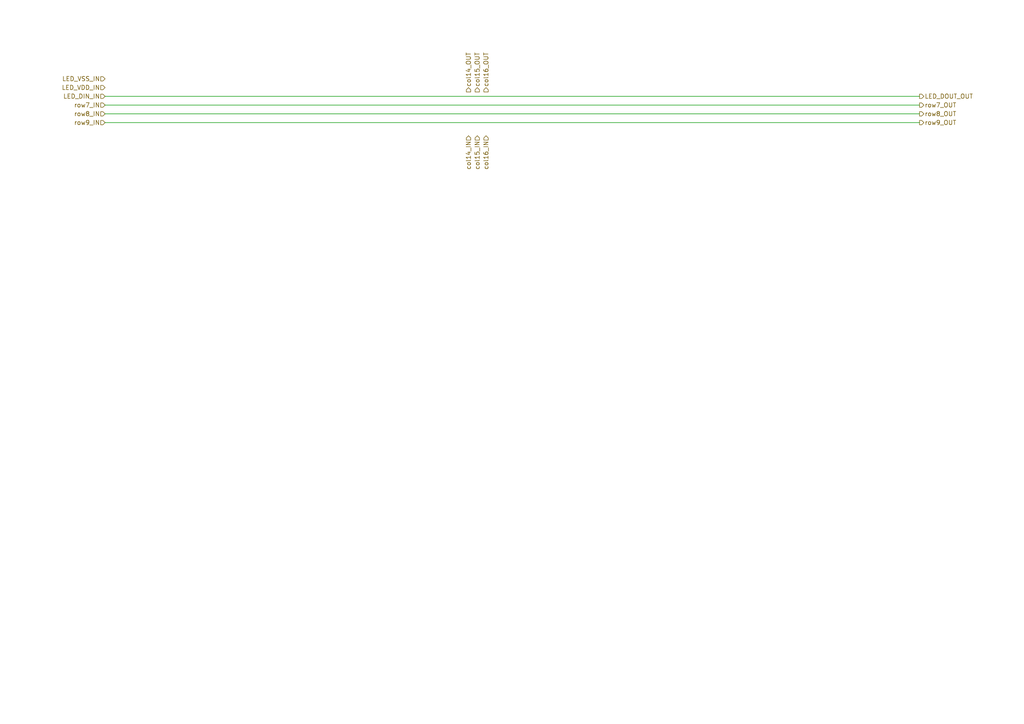
<source format=kicad_sch>
(kicad_sch
	(version 20250114)
	(generator "eeschema")
	(generator_version "9.0")
	(uuid "e55144d2-41be-429c-b090-3a87fc5305b9")
	(paper "A4")
	(lib_symbols)
	(wire
		(pts
			(xy 30.48 30.48) (xy 266.7 30.48)
		)
		(stroke
			(width 0)
			(type default)
		)
		(uuid "24b260cb-6edb-4029-a5b3-8e40a44f7e0f")
	)
	(wire
		(pts
			(xy 30.48 35.56) (xy 266.7 35.56)
		)
		(stroke
			(width 0)
			(type default)
		)
		(uuid "48d75119-406d-4760-8eb5-061574226754")
	)
	(wire
		(pts
			(xy 30.48 27.94) (xy 266.7 27.94)
		)
		(stroke
			(width 0)
			(type default)
		)
		(uuid "b4c5b2a3-4b9c-48cd-9696-226cf1816afc")
	)
	(wire
		(pts
			(xy 30.48 33.02) (xy 266.7 33.02)
		)
		(stroke
			(width 0)
			(type default)
		)
		(uuid "bf0f2129-27d1-44bb-abc5-0c1f4666596f")
	)
	(hierarchical_label "row7_OUT"
		(shape output)
		(at 266.7 30.48 0)
		(effects
			(font
				(size 1.27 1.27)
			)
			(justify left)
		)
		(uuid "02a5ea0d-8e15-43ad-b6c7-de71cdec4a0f")
	)
	(hierarchical_label "row7_IN"
		(shape input)
		(at 30.48 30.48 180)
		(effects
			(font
				(size 1.27 1.27)
			)
			(justify right)
		)
		(uuid "0997f174-f401-4aa9-bb0c-cd64f8d51c6b")
	)
	(hierarchical_label "LED_DIN_IN"
		(shape input)
		(at 30.48 27.94 180)
		(effects
			(font
				(size 1.27 1.27)
			)
			(justify right)
		)
		(uuid "0be76430-ed31-4f53-8ac1-241790859da8")
	)
	(hierarchical_label "LED_DOUT_OUT"
		(shape output)
		(at 266.7 27.94 0)
		(effects
			(font
				(size 1.27 1.27)
			)
			(justify left)
		)
		(uuid "146b9fd4-8f24-44f6-9a4f-eee2f9bb5cb9")
	)
	(hierarchical_label "col16_IN"
		(shape input)
		(at 140.97 39.37 270)
		(effects
			(font
				(size 1.27 1.27)
			)
			(justify right)
		)
		(uuid "333cb98e-533e-4f9e-9876-1faf355049ac")
	)
	(hierarchical_label "row8_OUT"
		(shape output)
		(at 266.7 33.02 0)
		(effects
			(font
				(size 1.27 1.27)
			)
			(justify left)
		)
		(uuid "3efa3232-ffb0-4282-98b9-577bb2ac209b")
	)
	(hierarchical_label "LED_VDD_IN"
		(shape input)
		(at 30.48 25.4 180)
		(effects
			(font
				(size 1.27 1.27)
			)
			(justify right)
		)
		(uuid "3fe5ec71-6a47-4fc8-97ef-b6219d50a2cf")
	)
	(hierarchical_label "col15_OUT"
		(shape output)
		(at 138.43 26.67 90)
		(effects
			(font
				(size 1.27 1.27)
			)
			(justify left)
		)
		(uuid "45e2ea98-ea09-4e87-8175-9b964e146c9e")
	)
	(hierarchical_label "col14_OUT"
		(shape output)
		(at 135.89 26.67 90)
		(effects
			(font
				(size 1.27 1.27)
			)
			(justify left)
		)
		(uuid "54baa011-b11b-4199-9989-331eecdea448")
	)
	(hierarchical_label "LED_VSS_IN"
		(shape input)
		(at 30.48 22.86 180)
		(effects
			(font
				(size 1.27 1.27)
			)
			(justify right)
		)
		(uuid "5b339891-b904-4699-beb3-74f25a01dc20")
	)
	(hierarchical_label "row9_IN"
		(shape input)
		(at 30.48 35.56 180)
		(effects
			(font
				(size 1.27 1.27)
			)
			(justify right)
		)
		(uuid "afac6dd4-87cc-4358-8107-be4099bec3cf")
	)
	(hierarchical_label "row8_IN"
		(shape input)
		(at 30.48 33.02 180)
		(effects
			(font
				(size 1.27 1.27)
			)
			(justify right)
		)
		(uuid "bcce3f22-62b3-49e9-97f8-fbbcce179a9b")
	)
	(hierarchical_label "col14_IN"
		(shape input)
		(at 135.89 39.37 270)
		(effects
			(font
				(size 1.27 1.27)
			)
			(justify right)
		)
		(uuid "c09cf77f-9b67-423c-9d43-71752026ac98")
	)
	(hierarchical_label "col16_OUT"
		(shape output)
		(at 140.97 26.67 90)
		(effects
			(font
				(size 1.27 1.27)
			)
			(justify left)
		)
		(uuid "e1a74854-5656-4df6-ace8-f01d1c96940a")
	)
	(hierarchical_label "row9_OUT"
		(shape output)
		(at 266.7 35.56 0)
		(effects
			(font
				(size 1.27 1.27)
			)
			(justify left)
		)
		(uuid "e9037d3a-54d1-40d2-935d-356467b270a6")
	)
	(hierarchical_label "col15_IN"
		(shape input)
		(at 138.43 39.37 270)
		(effects
			(font
				(size 1.27 1.27)
			)
			(justify right)
		)
		(uuid "ed115b7e-2741-424d-a566-d865e23a3a0c")
	)
)

</source>
